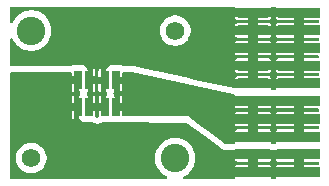
<source format=gbr>
%TF.GenerationSoftware,KiCad,Pcbnew,9.0.0*%
%TF.CreationDate,2025-04-15T14:49:33-07:00*%
%TF.ProjectId,LEDBoardBasic,4c454442-6f61-4726-9442-617369632e6b,rev?*%
%TF.SameCoordinates,Original*%
%TF.FileFunction,Copper,L1,Top*%
%TF.FilePolarity,Positive*%
%FSLAX46Y46*%
G04 Gerber Fmt 4.6, Leading zero omitted, Abs format (unit mm)*
G04 Created by KiCad (PCBNEW 9.0.0) date 2025-04-15 14:49:33*
%MOMM*%
%LPD*%
G01*
G04 APERTURE LIST*
%TA.AperFunction,SMDPad,CuDef*%
%ADD10R,0.650000X1.600000*%
%TD*%
%TA.AperFunction,SMDPad,CuDef*%
%ADD11R,2.641600X0.838200*%
%TD*%
%TA.AperFunction,SMDPad,CuDef*%
%ADD12R,3.556000X0.838200*%
%TD*%
%TA.AperFunction,WasherPad*%
%ADD13C,1.574800*%
%TD*%
%TA.AperFunction,WasherPad*%
%ADD14C,2.413000*%
%TD*%
%TA.AperFunction,ViaPad*%
%ADD15C,0.400000*%
%TD*%
G04 APERTURE END LIST*
D10*
%TO.P,D3,1,K*%
%TO.N,Net-(D1-K)*%
X133151880Y-96022599D03*
%TO.P,D3,2,A*%
%TO.N,Net-(D3-A)*%
X132201880Y-96022599D03*
%TD*%
D11*
%TO.P,J1,1_1,1_1*%
%TO.N,Net-(D3-A)*%
X147032221Y-103788159D03*
D12*
%TO.P,J1,1_2,1_2*%
X150932221Y-103788159D03*
D11*
%TO.P,J1,2_1,2_1*%
X147032221Y-102288160D03*
D12*
%TO.P,J1,2_2,2_2*%
X150932221Y-102288160D03*
D11*
%TO.P,J1,3_1,3_1*%
%TO.N,Net-(D1-A)*%
X147032221Y-100788160D03*
D12*
%TO.P,J1,3_2,3_2*%
X150932221Y-100788160D03*
D11*
%TO.P,J1,4_1,4_1*%
X147032221Y-99288161D03*
D12*
%TO.P,J1,4_2,4_2*%
X150932221Y-99288161D03*
D11*
%TO.P,J1,5_1,5_1*%
X147032221Y-97788161D03*
D12*
%TO.P,J1,5_2,5_2*%
X150932221Y-97788161D03*
D11*
%TO.P,J1,6_1,6_1*%
%TO.N,Net-(D1-K)*%
X147032221Y-96288162D03*
D12*
%TO.P,J1,6_2,6_2*%
X150932221Y-96288162D03*
D11*
%TO.P,J1,7_1,7_1*%
X147032221Y-94788159D03*
D12*
%TO.P,J1,7_2,7_2*%
X150932221Y-94788159D03*
D11*
%TO.P,J1,8_1,8_1*%
X147032221Y-93288160D03*
D12*
%TO.P,J1,8_2,8_2*%
X150932221Y-93288160D03*
D11*
%TO.P,J1,9_1,9_1*%
X147032221Y-91788160D03*
D12*
%TO.P,J1,9_2,9_2*%
X150932221Y-91788160D03*
D11*
%TO.P,J1,10_1,10_1*%
X147032221Y-90288161D03*
D12*
%TO.P,J1,10_2,10_2*%
X150932221Y-90288161D03*
%TD*%
D13*
%TO.P,H3,*%
%TO.N,*%
X128250021Y-102611359D03*
%TD*%
%TO.P,H4,*%
%TO.N,*%
X140442021Y-91816359D03*
%TD*%
D10*
%TO.P,D2,1,K*%
%TO.N,Net-(D1-K)*%
X134462480Y-96027679D03*
%TO.P,D2,2,A*%
%TO.N,Net-(D1-A)*%
X135412480Y-96027679D03*
%TD*%
D14*
%TO.P,H1,*%
%TO.N,*%
X128250021Y-91816359D03*
%TD*%
D10*
%TO.P,D1,1,K*%
%TO.N,Net-(D1-K)*%
X134470100Y-98282760D03*
%TO.P,D1,2,A*%
%TO.N,Net-(D1-A)*%
X135420100Y-98282760D03*
%TD*%
%TO.P,D4,1,K*%
%TO.N,Net-(D1-K)*%
X133144300Y-98280659D03*
%TO.P,D4,2,A*%
%TO.N,Net-(D3-A)*%
X132194300Y-98280659D03*
%TD*%
D14*
%TO.P,H2,*%
%TO.N,*%
X140442021Y-102611359D03*
%TD*%
D15*
%TO.N,Net-(D1-K)*%
X135400000Y-94400000D03*
X136400000Y-92800000D03*
X134400000Y-93200000D03*
X132200000Y-93600000D03*
X134400000Y-94800000D03*
X136400000Y-93600000D03*
X133200000Y-95600000D03*
X133200000Y-93200000D03*
X132200000Y-94400000D03*
X134400000Y-98800000D03*
X131200000Y-94400000D03*
X133200000Y-98800000D03*
X135400000Y-92800000D03*
X134400000Y-96400000D03*
X134400000Y-97800000D03*
X133200000Y-97800000D03*
X132200000Y-92800000D03*
X136400000Y-94400000D03*
X133200000Y-94000000D03*
X133200000Y-94800000D03*
X133200000Y-96400000D03*
X133800000Y-97200000D03*
X133800000Y-98400000D03*
X134400000Y-95600000D03*
X134400000Y-94000000D03*
X135400000Y-93600000D03*
X131200000Y-93600000D03*
X133800000Y-96000000D03*
X131200000Y-92800000D03*
%TD*%
%TA.AperFunction,Conductor*%
%TO.N,Net-(D1-A)*%
G36*
X136090676Y-95341480D02*
G01*
X136756177Y-95341480D01*
X136779850Y-95343980D01*
X141454481Y-96342800D01*
X141454622Y-96342830D01*
X141455564Y-96343037D01*
X141455687Y-96343065D01*
X141455688Y-96343065D01*
X141455715Y-96343071D01*
X145312917Y-97190972D01*
X145415082Y-97202126D01*
X145474021Y-97226654D01*
X145510345Y-97279154D01*
X145513908Y-97336856D01*
X145511421Y-97349357D01*
X145511421Y-97369061D01*
X148565536Y-97369061D01*
X148593993Y-97353521D01*
X148634204Y-97352084D01*
X148677021Y-97358240D01*
X148677023Y-97358240D01*
X148830229Y-97358240D01*
X148869766Y-97355411D01*
X148884234Y-97354377D01*
X148946616Y-97367946D01*
X148948105Y-97369061D01*
X150818921Y-97369061D01*
X150880176Y-97387047D01*
X150921982Y-97435294D01*
X150932221Y-97482361D01*
X150932221Y-97788161D01*
X151238021Y-97788161D01*
X151299276Y-97806147D01*
X151341082Y-97854394D01*
X151351321Y-97901461D01*
X151351321Y-98407261D01*
X152528221Y-98407261D01*
X152536157Y-98409591D01*
X152544345Y-98408414D01*
X152566307Y-98418444D01*
X152589476Y-98425247D01*
X152594893Y-98431499D01*
X152602417Y-98434935D01*
X152615470Y-98455246D01*
X152631282Y-98473494D01*
X152633372Y-98483101D01*
X152636932Y-98488641D01*
X152641521Y-98520561D01*
X152641521Y-98555761D01*
X152623535Y-98617016D01*
X152575288Y-98658822D01*
X152528221Y-98669061D01*
X151351321Y-98669061D01*
X151351321Y-99907261D01*
X152528221Y-99907261D01*
X152536157Y-99909591D01*
X152544345Y-99908414D01*
X152566307Y-99918444D01*
X152589476Y-99925247D01*
X152594893Y-99931499D01*
X152602417Y-99934935D01*
X152615470Y-99955246D01*
X152631282Y-99973494D01*
X152633372Y-99983101D01*
X152636932Y-99988641D01*
X152641521Y-100020561D01*
X152641521Y-100055760D01*
X152623535Y-100117015D01*
X152575288Y-100158821D01*
X152528221Y-100169060D01*
X151351321Y-100169060D01*
X151351321Y-100674860D01*
X151333335Y-100736115D01*
X151285088Y-100777921D01*
X151238021Y-100788160D01*
X150932221Y-100788160D01*
X150932221Y-101093960D01*
X150914235Y-101155215D01*
X150865988Y-101197021D01*
X150818921Y-101207260D01*
X148954221Y-101207260D01*
X148954221Y-101226963D01*
X148962674Y-101269456D01*
X148960958Y-101288629D01*
X148963698Y-101307683D01*
X148958170Y-101319787D01*
X148956984Y-101333042D01*
X148945173Y-101348245D01*
X148937177Y-101365755D01*
X148925982Y-101372949D01*
X148917819Y-101383458D01*
X148899665Y-101389862D01*
X148883471Y-101400270D01*
X148861010Y-101403498D01*
X148857615Y-101404697D01*
X148851551Y-101404859D01*
X148655691Y-101404859D01*
X148594436Y-101386873D01*
X148552630Y-101338626D01*
X148543544Y-101275435D01*
X148544568Y-101269456D01*
X148553020Y-101226963D01*
X148553021Y-101226953D01*
X148553021Y-101207260D01*
X145511421Y-101207260D01*
X145511421Y-101226963D01*
X145519874Y-101269456D01*
X145514184Y-101333042D01*
X145475019Y-101383458D01*
X145414815Y-101404697D01*
X145408751Y-101404859D01*
X144695861Y-101404859D01*
X144634606Y-101386873D01*
X144628352Y-101382550D01*
X144605715Y-101365755D01*
X143235789Y-100349358D01*
X145511421Y-100349358D01*
X145511421Y-100369060D01*
X146613121Y-100369060D01*
X147451321Y-100369060D01*
X148553021Y-100369060D01*
X148553021Y-100349366D01*
X148553020Y-100349358D01*
X148954221Y-100349358D01*
X148954221Y-100369060D01*
X150513121Y-100369060D01*
X150513121Y-100169060D01*
X149134519Y-100169060D01*
X149076186Y-100180663D01*
X149076184Y-100180664D01*
X149010029Y-100224868D01*
X148965825Y-100291023D01*
X148965824Y-100291025D01*
X148954221Y-100349358D01*
X148553020Y-100349358D01*
X148541417Y-100291025D01*
X148541416Y-100291023D01*
X148497212Y-100224868D01*
X148431057Y-100180664D01*
X148431055Y-100180663D01*
X148372722Y-100169060D01*
X147451321Y-100169060D01*
X147451321Y-100369060D01*
X146613121Y-100369060D01*
X146613121Y-100169060D01*
X145691719Y-100169060D01*
X145633386Y-100180663D01*
X145633384Y-100180664D01*
X145567229Y-100224868D01*
X145523025Y-100291023D01*
X145523024Y-100291025D01*
X145511421Y-100349358D01*
X143235789Y-100349358D01*
X142475533Y-99785297D01*
X142429741Y-99751322D01*
X142429739Y-99751320D01*
X142396909Y-99726962D01*
X145511421Y-99726962D01*
X145523024Y-99785295D01*
X145523025Y-99785297D01*
X145567229Y-99851452D01*
X145633384Y-99895656D01*
X145633386Y-99895657D01*
X145691719Y-99907260D01*
X145691727Y-99907261D01*
X146613121Y-99907261D01*
X147451321Y-99907261D01*
X148372715Y-99907261D01*
X148372722Y-99907260D01*
X148431055Y-99895657D01*
X148431057Y-99895656D01*
X148497212Y-99851452D01*
X148541416Y-99785297D01*
X148541417Y-99785295D01*
X148553020Y-99726962D01*
X148954221Y-99726962D01*
X148965824Y-99785295D01*
X148965825Y-99785297D01*
X149010029Y-99851452D01*
X149076184Y-99895656D01*
X149076186Y-99895657D01*
X149134519Y-99907260D01*
X149134527Y-99907261D01*
X150513121Y-99907261D01*
X150513121Y-99707261D01*
X148954221Y-99707261D01*
X148954221Y-99726962D01*
X148553020Y-99726962D01*
X148553021Y-99726954D01*
X148553021Y-99707261D01*
X147451321Y-99707261D01*
X147451321Y-99907261D01*
X146613121Y-99907261D01*
X146613121Y-99707261D01*
X145511421Y-99707261D01*
X145511421Y-99726962D01*
X142396909Y-99726962D01*
X141508823Y-99068059D01*
X141508821Y-99068059D01*
X136058400Y-99068059D01*
X136050463Y-99065728D01*
X136042276Y-99066906D01*
X136020313Y-99056875D01*
X135997145Y-99050073D01*
X135991727Y-99043820D01*
X135984204Y-99040385D01*
X135971150Y-99020073D01*
X135955339Y-99001826D01*
X135953248Y-98992218D01*
X135949689Y-98986679D01*
X135945100Y-98954759D01*
X135945100Y-98849359D01*
X145511421Y-98849359D01*
X145511421Y-98869061D01*
X146613121Y-98869061D01*
X147451321Y-98869061D01*
X148553021Y-98869061D01*
X148553021Y-98849367D01*
X148553020Y-98849359D01*
X148954221Y-98849359D01*
X148954221Y-98869061D01*
X150513121Y-98869061D01*
X150513121Y-98669061D01*
X149134519Y-98669061D01*
X149076186Y-98680664D01*
X149076184Y-98680665D01*
X149010029Y-98724869D01*
X148965825Y-98791024D01*
X148965824Y-98791026D01*
X148954221Y-98849359D01*
X148553020Y-98849359D01*
X148541417Y-98791026D01*
X148541416Y-98791024D01*
X148497212Y-98724869D01*
X148431057Y-98680665D01*
X148431055Y-98680664D01*
X148372722Y-98669061D01*
X147451321Y-98669061D01*
X147451321Y-98869061D01*
X146613121Y-98869061D01*
X146613121Y-98669061D01*
X145691719Y-98669061D01*
X145633386Y-98680664D01*
X145633384Y-98680665D01*
X145567229Y-98724869D01*
X145523025Y-98791024D01*
X145523024Y-98791026D01*
X145511421Y-98849359D01*
X135945100Y-98849359D01*
X135945100Y-98607760D01*
X135533400Y-98607760D01*
X135472145Y-98589774D01*
X135430339Y-98541527D01*
X135420100Y-98494460D01*
X135420100Y-98282760D01*
X135408899Y-98282760D01*
X135400962Y-98280429D01*
X135392775Y-98281607D01*
X135370812Y-98271576D01*
X135347644Y-98264774D01*
X135342226Y-98258521D01*
X135334703Y-98255086D01*
X135321649Y-98234774D01*
X135314880Y-98226962D01*
X145511421Y-98226962D01*
X145523024Y-98285295D01*
X145523025Y-98285297D01*
X145567229Y-98351452D01*
X145633384Y-98395656D01*
X145633386Y-98395657D01*
X145691719Y-98407260D01*
X145691727Y-98407261D01*
X146613121Y-98407261D01*
X147451321Y-98407261D01*
X148372715Y-98407261D01*
X148372722Y-98407260D01*
X148431055Y-98395657D01*
X148431057Y-98395656D01*
X148497212Y-98351452D01*
X148541416Y-98285297D01*
X148541417Y-98285295D01*
X148553020Y-98226962D01*
X148954221Y-98226962D01*
X148965824Y-98285295D01*
X148965825Y-98285297D01*
X149010029Y-98351452D01*
X149076184Y-98395656D01*
X149076186Y-98395657D01*
X149134519Y-98407260D01*
X149134527Y-98407261D01*
X150513121Y-98407261D01*
X150513121Y-98207261D01*
X148954221Y-98207261D01*
X148954221Y-98226962D01*
X148553020Y-98226962D01*
X148553021Y-98226954D01*
X148553021Y-98207261D01*
X147451321Y-98207261D01*
X147451321Y-98407261D01*
X146613121Y-98407261D01*
X146613121Y-98207261D01*
X145511421Y-98207261D01*
X145511421Y-98226962D01*
X135314880Y-98226962D01*
X135305838Y-98216527D01*
X135303747Y-98206919D01*
X135300188Y-98201380D01*
X135295599Y-98169460D01*
X135295599Y-97957760D01*
X135745100Y-97957760D01*
X135945100Y-97957760D01*
X135945100Y-97463066D01*
X135945099Y-97463058D01*
X135933496Y-97404725D01*
X135933495Y-97404723D01*
X135889291Y-97338568D01*
X135823136Y-97294364D01*
X135823134Y-97294363D01*
X135764801Y-97282760D01*
X135745100Y-97282760D01*
X135745100Y-97957760D01*
X135295599Y-97957760D01*
X135295599Y-97434891D01*
X135295599Y-97434888D01*
X135289191Y-97375277D01*
X135289190Y-97375275D01*
X135289190Y-97375272D01*
X135289189Y-97375270D01*
X135254508Y-97282287D01*
X135238896Y-97240429D01*
X135216797Y-97210908D01*
X135212649Y-97203057D01*
X135207990Y-97180130D01*
X135199816Y-97158215D01*
X135201740Y-97149369D01*
X135199937Y-97140495D01*
X135208413Y-97118688D01*
X135213385Y-97095833D01*
X135222129Y-97082228D01*
X135231276Y-97070010D01*
X135247064Y-97027679D01*
X135737480Y-97027679D01*
X135757174Y-97027679D01*
X135757181Y-97027678D01*
X135815514Y-97016075D01*
X135815516Y-97016074D01*
X135881671Y-96971870D01*
X135925875Y-96905715D01*
X135925876Y-96905713D01*
X135937479Y-96847380D01*
X135937480Y-96847372D01*
X135937480Y-96352679D01*
X135737480Y-96352679D01*
X135737480Y-97027679D01*
X135247064Y-97027679D01*
X135281571Y-96935162D01*
X135287980Y-96875552D01*
X135287979Y-96140977D01*
X135305965Y-96079724D01*
X135354212Y-96037918D01*
X135401279Y-96027679D01*
X135412480Y-96027679D01*
X135412480Y-95815979D01*
X135430466Y-95754724D01*
X135478713Y-95712918D01*
X135525780Y-95702679D01*
X135937480Y-95702679D01*
X135937480Y-95450209D01*
X135955466Y-95388954D01*
X136003713Y-95347148D01*
X136066903Y-95338062D01*
X136090676Y-95341480D01*
G37*
%TD.AperFunction*%
%TD*%
%TA.AperFunction,Conductor*%
%TO.N,Net-(D1-K)*%
G36*
X145454460Y-89796544D02*
G01*
X145500215Y-89849348D01*
X145507890Y-89884630D01*
X145511421Y-89888161D01*
X148553021Y-89888161D01*
X148554746Y-89886435D01*
X148554283Y-89883212D01*
X148565261Y-89859171D01*
X148572706Y-89833820D01*
X148579546Y-89827892D01*
X148583308Y-89819656D01*
X148605542Y-89805366D01*
X148625510Y-89788065D01*
X148636024Y-89785777D01*
X148642086Y-89781882D01*
X148677021Y-89776859D01*
X148830221Y-89776859D01*
X148897260Y-89796544D01*
X148943015Y-89849348D01*
X148950690Y-89884630D01*
X148954221Y-89888161D01*
X150808221Y-89888161D01*
X150875260Y-89907846D01*
X150921015Y-89960650D01*
X150932221Y-90012161D01*
X150932221Y-90288161D01*
X151208221Y-90288161D01*
X151275260Y-90307846D01*
X151321015Y-90360650D01*
X151332221Y-90412161D01*
X151332221Y-90907261D01*
X152517521Y-90907261D01*
X152526206Y-90909811D01*
X152535168Y-90908523D01*
X152559208Y-90919501D01*
X152584560Y-90926946D01*
X152590487Y-90933786D01*
X152598724Y-90937548D01*
X152613013Y-90959782D01*
X152630315Y-90979750D01*
X152632602Y-90990264D01*
X152636498Y-90996326D01*
X152641521Y-91031261D01*
X152641521Y-91045060D01*
X152621836Y-91112099D01*
X152569032Y-91157854D01*
X152517521Y-91169060D01*
X151332221Y-91169060D01*
X151332221Y-92407260D01*
X152517521Y-92407260D01*
X152526206Y-92409810D01*
X152535168Y-92408522D01*
X152559208Y-92419500D01*
X152584560Y-92426945D01*
X152590487Y-92433785D01*
X152598724Y-92437547D01*
X152613013Y-92459781D01*
X152630315Y-92479749D01*
X152632602Y-92490263D01*
X152636498Y-92496325D01*
X152641521Y-92531260D01*
X152641521Y-92545060D01*
X152621836Y-92612099D01*
X152569032Y-92657854D01*
X152517521Y-92669060D01*
X151332221Y-92669060D01*
X151332221Y-93907260D01*
X152517521Y-93907260D01*
X152526206Y-93909810D01*
X152535168Y-93908522D01*
X152559208Y-93919500D01*
X152584560Y-93926945D01*
X152590487Y-93933785D01*
X152598724Y-93937547D01*
X152613013Y-93959781D01*
X152630315Y-93979749D01*
X152632602Y-93990263D01*
X152636498Y-93996325D01*
X152641521Y-94031260D01*
X152641521Y-94045059D01*
X152621836Y-94112098D01*
X152569032Y-94157853D01*
X152517521Y-94169059D01*
X151332221Y-94169059D01*
X151332221Y-95407259D01*
X152517521Y-95407259D01*
X152526206Y-95409809D01*
X152535168Y-95408521D01*
X152559208Y-95419499D01*
X152584560Y-95426944D01*
X152590487Y-95433784D01*
X152598724Y-95437546D01*
X152613013Y-95459780D01*
X152630315Y-95479748D01*
X152632602Y-95490262D01*
X152636498Y-95496324D01*
X152641521Y-95531259D01*
X152641521Y-95545062D01*
X152621836Y-95612101D01*
X152569032Y-95657856D01*
X152517521Y-95669062D01*
X151332221Y-95669062D01*
X151332221Y-96164162D01*
X151312536Y-96231201D01*
X151259732Y-96276956D01*
X151208221Y-96288162D01*
X150932221Y-96288162D01*
X150932221Y-96564162D01*
X150912536Y-96631201D01*
X150859732Y-96676956D01*
X150808221Y-96688162D01*
X148954221Y-96688162D01*
X148954221Y-96728740D01*
X148951670Y-96737425D01*
X148952959Y-96746387D01*
X148941980Y-96770427D01*
X148934536Y-96795779D01*
X148927695Y-96801706D01*
X148923934Y-96809943D01*
X148901699Y-96824232D01*
X148881732Y-96841534D01*
X148871217Y-96843821D01*
X148865156Y-96847717D01*
X148830221Y-96852740D01*
X148677021Y-96852740D01*
X148609982Y-96833055D01*
X148564227Y-96780251D01*
X148553021Y-96728740D01*
X148553021Y-96688162D01*
X145491193Y-96688162D01*
X145474421Y-96697319D01*
X145421446Y-96697260D01*
X142087488Y-95964380D01*
X141564244Y-95849359D01*
X145511421Y-95849359D01*
X145511421Y-95888162D01*
X146632221Y-95888162D01*
X147432221Y-95888162D01*
X148553021Y-95888162D01*
X148553021Y-95849363D01*
X148553020Y-95849359D01*
X148954221Y-95849359D01*
X148954221Y-95888162D01*
X150532221Y-95888162D01*
X150532221Y-95669062D01*
X149134518Y-95669062D01*
X149076187Y-95680664D01*
X149076186Y-95680665D01*
X149010029Y-95724870D01*
X148965824Y-95791027D01*
X148965823Y-95791028D01*
X148954221Y-95849359D01*
X148553020Y-95849359D01*
X148541418Y-95791028D01*
X148541417Y-95791027D01*
X148497212Y-95724870D01*
X148431055Y-95680665D01*
X148431054Y-95680664D01*
X148372723Y-95669062D01*
X147432221Y-95669062D01*
X147432221Y-95888162D01*
X146632221Y-95888162D01*
X146632221Y-95669062D01*
X145691718Y-95669062D01*
X145633387Y-95680664D01*
X145633386Y-95680665D01*
X145567229Y-95724870D01*
X145523024Y-95791027D01*
X145523023Y-95791028D01*
X145511421Y-95849359D01*
X141564244Y-95849359D01*
X138873650Y-95257905D01*
X138732882Y-95226961D01*
X145511421Y-95226961D01*
X145523023Y-95285292D01*
X145523024Y-95285293D01*
X145567229Y-95351450D01*
X145633386Y-95395655D01*
X145633387Y-95395656D01*
X145691718Y-95407258D01*
X145691722Y-95407259D01*
X146632221Y-95407259D01*
X147432221Y-95407259D01*
X148372720Y-95407259D01*
X148372723Y-95407258D01*
X148431054Y-95395656D01*
X148431055Y-95395655D01*
X148497212Y-95351450D01*
X148541417Y-95285293D01*
X148541418Y-95285292D01*
X148553020Y-95226961D01*
X148954221Y-95226961D01*
X148965823Y-95285292D01*
X148965824Y-95285293D01*
X149010029Y-95351450D01*
X149076186Y-95395655D01*
X149076187Y-95395656D01*
X149134518Y-95407258D01*
X149134522Y-95407259D01*
X150532221Y-95407259D01*
X150532221Y-95188159D01*
X148954221Y-95188159D01*
X148954221Y-95226961D01*
X148553020Y-95226961D01*
X148553021Y-95226958D01*
X148553021Y-95188159D01*
X147432221Y-95188159D01*
X147432221Y-95407259D01*
X146632221Y-95407259D01*
X146632221Y-95188159D01*
X145511421Y-95188159D01*
X145511421Y-95226961D01*
X138732882Y-95226961D01*
X136954264Y-94835980D01*
X136954260Y-94835980D01*
X136090676Y-94835980D01*
X136023637Y-94816295D01*
X136016366Y-94811247D01*
X135979814Y-94783885D01*
X135979808Y-94783881D01*
X135844966Y-94733589D01*
X135844965Y-94733588D01*
X135844963Y-94733588D01*
X135785353Y-94727179D01*
X135785343Y-94727179D01*
X135039609Y-94727179D01*
X135039603Y-94727180D01*
X134979996Y-94733587D01*
X134845151Y-94783881D01*
X134845144Y-94783885D01*
X134729935Y-94870131D01*
X134729932Y-94870134D01*
X134643686Y-94985343D01*
X134643682Y-94985350D01*
X134593388Y-95120196D01*
X134587526Y-95174726D01*
X134586980Y-95179806D01*
X134586980Y-95964380D01*
X134586981Y-96027679D01*
X134586981Y-96875555D01*
X134593388Y-96935162D01*
X134643682Y-97070007D01*
X134643685Y-97070013D01*
X134655653Y-97086000D01*
X134680069Y-97151465D01*
X134665216Y-97219737D01*
X134655657Y-97234613D01*
X134651306Y-97240425D01*
X134651302Y-97240432D01*
X134601008Y-97375277D01*
X134594601Y-97434876D01*
X134594600Y-97434887D01*
X134594600Y-98158761D01*
X134574917Y-98225799D01*
X134522113Y-98271554D01*
X134470601Y-98282760D01*
X134470100Y-98282760D01*
X134470100Y-98483760D01*
X134450415Y-98550799D01*
X134397611Y-98596554D01*
X134346100Y-98607760D01*
X133945100Y-98607760D01*
X133945100Y-99065540D01*
X133942549Y-99074225D01*
X133943838Y-99083187D01*
X133932859Y-99107227D01*
X133925415Y-99132579D01*
X133918574Y-99138506D01*
X133914813Y-99146743D01*
X133892578Y-99161032D01*
X133872611Y-99178334D01*
X133862096Y-99180621D01*
X133856035Y-99184517D01*
X133821100Y-99189540D01*
X133793300Y-99189540D01*
X133726261Y-99169855D01*
X133680506Y-99117051D01*
X133669300Y-99065540D01*
X133669300Y-98605659D01*
X133268300Y-98605659D01*
X133201261Y-98585974D01*
X133155506Y-98533170D01*
X133144300Y-98481659D01*
X133144300Y-98280659D01*
X133143799Y-98280659D01*
X133076760Y-98260974D01*
X133031005Y-98208170D01*
X133019799Y-98156659D01*
X133019799Y-97955659D01*
X133469300Y-97955659D01*
X133669300Y-97955659D01*
X133669300Y-97463057D01*
X133945100Y-97463057D01*
X133945100Y-97957760D01*
X134145100Y-97957760D01*
X134145100Y-97282760D01*
X134125397Y-97282760D01*
X134067066Y-97294362D01*
X134067065Y-97294363D01*
X134000908Y-97338568D01*
X133956703Y-97404725D01*
X133956702Y-97404726D01*
X133945100Y-97463057D01*
X133669300Y-97463057D01*
X133669300Y-97460960D01*
X133669299Y-97460956D01*
X133657697Y-97402625D01*
X133657696Y-97402624D01*
X133613491Y-97336467D01*
X133547334Y-97292262D01*
X133547333Y-97292261D01*
X133489002Y-97280659D01*
X133469300Y-97280659D01*
X133469300Y-97955659D01*
X133019799Y-97955659D01*
X133019799Y-97432788D01*
X133019798Y-97432782D01*
X133016782Y-97404726D01*
X133013391Y-97373176D01*
X132999699Y-97336467D01*
X132977935Y-97278113D01*
X132977934Y-97278111D01*
X132963096Y-97238328D01*
X132950483Y-97221479D01*
X132945296Y-97210778D01*
X132941414Y-97187580D01*
X132933194Y-97165542D01*
X132935756Y-97153759D01*
X132933767Y-97141866D01*
X132943045Y-97120250D01*
X132948044Y-97097268D01*
X132957605Y-97082390D01*
X132970676Y-97064930D01*
X132986464Y-97022599D01*
X133476880Y-97022599D01*
X133496579Y-97022599D01*
X133496582Y-97022598D01*
X133554913Y-97010996D01*
X133554914Y-97010995D01*
X133621071Y-96966790D01*
X133665276Y-96900633D01*
X133665277Y-96900632D01*
X133675869Y-96847381D01*
X133937480Y-96847381D01*
X133949082Y-96905712D01*
X133949083Y-96905713D01*
X133993288Y-96971870D01*
X134059445Y-97016075D01*
X134059446Y-97016076D01*
X134117777Y-97027678D01*
X134117781Y-97027679D01*
X134137480Y-97027679D01*
X134137480Y-96352679D01*
X133937480Y-96352679D01*
X133937480Y-96847381D01*
X133675869Y-96847381D01*
X133676879Y-96842301D01*
X133676880Y-96842298D01*
X133676880Y-96347599D01*
X133476880Y-96347599D01*
X133476880Y-97022599D01*
X132986464Y-97022599D01*
X133020971Y-96930082D01*
X133027380Y-96870472D01*
X133027379Y-95697599D01*
X133476880Y-95697599D01*
X133676880Y-95697599D01*
X133676880Y-95207976D01*
X133937480Y-95207976D01*
X133937480Y-95702679D01*
X134137480Y-95702679D01*
X134137480Y-95027679D01*
X134117777Y-95027679D01*
X134059446Y-95039281D01*
X134059445Y-95039282D01*
X133993288Y-95083487D01*
X133949083Y-95149644D01*
X133949082Y-95149645D01*
X133937480Y-95207976D01*
X133676880Y-95207976D01*
X133676880Y-95202900D01*
X133676879Y-95202896D01*
X133665277Y-95144565D01*
X133665276Y-95144564D01*
X133621071Y-95078407D01*
X133554914Y-95034202D01*
X133554913Y-95034201D01*
X133496582Y-95022599D01*
X133476880Y-95022599D01*
X133476880Y-95697599D01*
X133027379Y-95697599D01*
X133027379Y-95174727D01*
X133020971Y-95115116D01*
X133007279Y-95078407D01*
X132983470Y-95014570D01*
X132983469Y-95014568D01*
X132970678Y-94980272D01*
X132970673Y-94980263D01*
X132884427Y-94865054D01*
X132884424Y-94865051D01*
X132769215Y-94778805D01*
X132769208Y-94778801D01*
X132634366Y-94728509D01*
X132634365Y-94728508D01*
X132634363Y-94728508D01*
X132574753Y-94722099D01*
X132574743Y-94722099D01*
X131829009Y-94722099D01*
X131829003Y-94722100D01*
X131769396Y-94728507D01*
X131634551Y-94778801D01*
X131634549Y-94778802D01*
X131589416Y-94812588D01*
X131523951Y-94837004D01*
X131515250Y-94837320D01*
X126588664Y-94843006D01*
X126521602Y-94823399D01*
X126475786Y-94770648D01*
X126464521Y-94719006D01*
X126464521Y-94349356D01*
X145511421Y-94349356D01*
X145511421Y-94388159D01*
X146632221Y-94388159D01*
X147432221Y-94388159D01*
X148553021Y-94388159D01*
X148553021Y-94349360D01*
X148553020Y-94349356D01*
X148954221Y-94349356D01*
X148954221Y-94388159D01*
X150532221Y-94388159D01*
X150532221Y-94169059D01*
X149134518Y-94169059D01*
X149076187Y-94180661D01*
X149076186Y-94180662D01*
X149010029Y-94224867D01*
X148965824Y-94291024D01*
X148965823Y-94291025D01*
X148954221Y-94349356D01*
X148553020Y-94349356D01*
X148541418Y-94291025D01*
X148541417Y-94291024D01*
X148497212Y-94224867D01*
X148431055Y-94180662D01*
X148431054Y-94180661D01*
X148372723Y-94169059D01*
X147432221Y-94169059D01*
X147432221Y-94388159D01*
X146632221Y-94388159D01*
X146632221Y-94169059D01*
X145691718Y-94169059D01*
X145633387Y-94180661D01*
X145633386Y-94180662D01*
X145567229Y-94224867D01*
X145523024Y-94291024D01*
X145523023Y-94291025D01*
X145511421Y-94349356D01*
X126464521Y-94349356D01*
X126464521Y-93726962D01*
X145511421Y-93726962D01*
X145523023Y-93785293D01*
X145523024Y-93785294D01*
X145567229Y-93851451D01*
X145633386Y-93895656D01*
X145633387Y-93895657D01*
X145691718Y-93907259D01*
X145691722Y-93907260D01*
X146632221Y-93907260D01*
X147432221Y-93907260D01*
X148372720Y-93907260D01*
X148372723Y-93907259D01*
X148431054Y-93895657D01*
X148431055Y-93895656D01*
X148497212Y-93851451D01*
X148541417Y-93785294D01*
X148541418Y-93785293D01*
X148553020Y-93726962D01*
X148954221Y-93726962D01*
X148965823Y-93785293D01*
X148965824Y-93785294D01*
X149010029Y-93851451D01*
X149076186Y-93895656D01*
X149076187Y-93895657D01*
X149134518Y-93907259D01*
X149134522Y-93907260D01*
X150532221Y-93907260D01*
X150532221Y-93688160D01*
X148954221Y-93688160D01*
X148954221Y-93726962D01*
X148553020Y-93726962D01*
X148553021Y-93726959D01*
X148553021Y-93688160D01*
X147432221Y-93688160D01*
X147432221Y-93907260D01*
X146632221Y-93907260D01*
X146632221Y-93688160D01*
X145511421Y-93688160D01*
X145511421Y-93726962D01*
X126464521Y-93726962D01*
X126464521Y-92589778D01*
X126484206Y-92522739D01*
X126537010Y-92476984D01*
X126606168Y-92467040D01*
X126669724Y-92496065D01*
X126703082Y-92542326D01*
X126715769Y-92572957D01*
X126715772Y-92572962D01*
X126715774Y-92572966D01*
X126827657Y-92766752D01*
X126827662Y-92766758D01*
X126827663Y-92766760D01*
X126963874Y-92944275D01*
X126963880Y-92944282D01*
X127122097Y-93102499D01*
X127122103Y-93102504D01*
X127299628Y-93238723D01*
X127493414Y-93350606D01*
X127700146Y-93436237D01*
X127916287Y-93494152D01*
X128138138Y-93523359D01*
X128138145Y-93523359D01*
X128361897Y-93523359D01*
X128361904Y-93523359D01*
X128424985Y-93515054D01*
X128434065Y-93513859D01*
X128457628Y-93510756D01*
X128583755Y-93494152D01*
X128799896Y-93436237D01*
X129006628Y-93350606D01*
X129200414Y-93238723D01*
X129377939Y-93102504D01*
X129536166Y-92944277D01*
X129672385Y-92766752D01*
X129784268Y-92572966D01*
X129869899Y-92366234D01*
X129927814Y-92150093D01*
X129957021Y-91928242D01*
X129957021Y-91714999D01*
X139154121Y-91714999D01*
X139154121Y-91917719D01*
X139185834Y-92117943D01*
X139248478Y-92310741D01*
X139334592Y-92479749D01*
X139340513Y-92491368D01*
X139459660Y-92655363D01*
X139603016Y-92798719D01*
X139756477Y-92910213D01*
X139767015Y-92917869D01*
X139947639Y-93009902D01*
X140140437Y-93072546D01*
X140340661Y-93104259D01*
X140340662Y-93104259D01*
X140543380Y-93104259D01*
X140543381Y-93104259D01*
X140743605Y-93072546D01*
X140936403Y-93009902D01*
X141117027Y-92917869D01*
X141211326Y-92849357D01*
X145511421Y-92849357D01*
X145511421Y-92888160D01*
X146632221Y-92888160D01*
X147432221Y-92888160D01*
X148553021Y-92888160D01*
X148553021Y-92849361D01*
X148553020Y-92849357D01*
X148954221Y-92849357D01*
X148954221Y-92888160D01*
X150532221Y-92888160D01*
X150532221Y-92669060D01*
X149134518Y-92669060D01*
X149076187Y-92680662D01*
X149076186Y-92680663D01*
X149010029Y-92724868D01*
X148965824Y-92791025D01*
X148965823Y-92791026D01*
X148954221Y-92849357D01*
X148553020Y-92849357D01*
X148541418Y-92791026D01*
X148541417Y-92791025D01*
X148497212Y-92724868D01*
X148431055Y-92680663D01*
X148431054Y-92680662D01*
X148372723Y-92669060D01*
X147432221Y-92669060D01*
X147432221Y-92888160D01*
X146632221Y-92888160D01*
X146632221Y-92669060D01*
X145691718Y-92669060D01*
X145633387Y-92680662D01*
X145633386Y-92680663D01*
X145567229Y-92724868D01*
X145523024Y-92791025D01*
X145523023Y-92791026D01*
X145511421Y-92849357D01*
X141211326Y-92849357D01*
X141281025Y-92798719D01*
X141281027Y-92798716D01*
X141281031Y-92798714D01*
X141424376Y-92655369D01*
X141424378Y-92655365D01*
X141424381Y-92655363D01*
X141484251Y-92572957D01*
X141543531Y-92491365D01*
X141635564Y-92310741D01*
X141662786Y-92226962D01*
X145511421Y-92226962D01*
X145523023Y-92285293D01*
X145523024Y-92285294D01*
X145567229Y-92351451D01*
X145633386Y-92395656D01*
X145633387Y-92395657D01*
X145691718Y-92407259D01*
X145691722Y-92407260D01*
X146632221Y-92407260D01*
X147432221Y-92407260D01*
X148372720Y-92407260D01*
X148372723Y-92407259D01*
X148431054Y-92395657D01*
X148431055Y-92395656D01*
X148497212Y-92351451D01*
X148541417Y-92285294D01*
X148541418Y-92285293D01*
X148553020Y-92226962D01*
X148954221Y-92226962D01*
X148965823Y-92285293D01*
X148965824Y-92285294D01*
X149010029Y-92351451D01*
X149076186Y-92395656D01*
X149076187Y-92395657D01*
X149134518Y-92407259D01*
X149134522Y-92407260D01*
X150532221Y-92407260D01*
X150532221Y-92188160D01*
X148954221Y-92188160D01*
X148954221Y-92226962D01*
X148553020Y-92226962D01*
X148553021Y-92226959D01*
X148553021Y-92188160D01*
X147432221Y-92188160D01*
X147432221Y-92407260D01*
X146632221Y-92407260D01*
X146632221Y-92188160D01*
X145511421Y-92188160D01*
X145511421Y-92226962D01*
X141662786Y-92226962D01*
X141698208Y-92117943D01*
X141729921Y-91917719D01*
X141729921Y-91714999D01*
X141698208Y-91514775D01*
X141644460Y-91349357D01*
X145511421Y-91349357D01*
X145511421Y-91388160D01*
X146632221Y-91388160D01*
X147432221Y-91388160D01*
X148553021Y-91388160D01*
X148553021Y-91349361D01*
X148553020Y-91349357D01*
X148954221Y-91349357D01*
X148954221Y-91388160D01*
X150532221Y-91388160D01*
X150532221Y-91169060D01*
X149134518Y-91169060D01*
X149076187Y-91180662D01*
X149076186Y-91180663D01*
X149010029Y-91224868D01*
X148965824Y-91291025D01*
X148965823Y-91291026D01*
X148954221Y-91349357D01*
X148553020Y-91349357D01*
X148541418Y-91291026D01*
X148541417Y-91291025D01*
X148497212Y-91224868D01*
X148431055Y-91180663D01*
X148431054Y-91180662D01*
X148372723Y-91169060D01*
X147432221Y-91169060D01*
X147432221Y-91388160D01*
X146632221Y-91388160D01*
X146632221Y-91169060D01*
X145691718Y-91169060D01*
X145633387Y-91180662D01*
X145633386Y-91180663D01*
X145567229Y-91224868D01*
X145523024Y-91291025D01*
X145523023Y-91291026D01*
X145511421Y-91349357D01*
X141644460Y-91349357D01*
X141635564Y-91321977D01*
X141543531Y-91141353D01*
X141522277Y-91112099D01*
X141424381Y-90977354D01*
X141281029Y-90834002D01*
X141281024Y-90833998D01*
X141147678Y-90737117D01*
X141133702Y-90726963D01*
X145511421Y-90726963D01*
X145523023Y-90785294D01*
X145523024Y-90785295D01*
X145567229Y-90851452D01*
X145633386Y-90895657D01*
X145633387Y-90895658D01*
X145691718Y-90907260D01*
X145691722Y-90907261D01*
X146632221Y-90907261D01*
X147432221Y-90907261D01*
X148372720Y-90907261D01*
X148372723Y-90907260D01*
X148431054Y-90895658D01*
X148431055Y-90895657D01*
X148497212Y-90851452D01*
X148541417Y-90785295D01*
X148541418Y-90785294D01*
X148553020Y-90726963D01*
X148954221Y-90726963D01*
X148965823Y-90785294D01*
X148965824Y-90785295D01*
X149010029Y-90851452D01*
X149076186Y-90895657D01*
X149076187Y-90895658D01*
X149134518Y-90907260D01*
X149134522Y-90907261D01*
X150532221Y-90907261D01*
X150532221Y-90688161D01*
X148954221Y-90688161D01*
X148954221Y-90726963D01*
X148553020Y-90726963D01*
X148553021Y-90726960D01*
X148553021Y-90688161D01*
X147432221Y-90688161D01*
X147432221Y-90907261D01*
X146632221Y-90907261D01*
X146632221Y-90688161D01*
X145511421Y-90688161D01*
X145511421Y-90726963D01*
X141133702Y-90726963D01*
X141117029Y-90714850D01*
X140936405Y-90622817D01*
X140936404Y-90622816D01*
X140936403Y-90622816D01*
X140743605Y-90560172D01*
X140743603Y-90560171D01*
X140743601Y-90560171D01*
X140603803Y-90538029D01*
X140543381Y-90528459D01*
X140340661Y-90528459D01*
X140294245Y-90535810D01*
X140140440Y-90560171D01*
X139947636Y-90622817D01*
X139767011Y-90714851D01*
X139603016Y-90833998D01*
X139459660Y-90977354D01*
X139340513Y-91141349D01*
X139248479Y-91321974D01*
X139185833Y-91514778D01*
X139185833Y-91514780D01*
X139154121Y-91714999D01*
X129957021Y-91714999D01*
X129957021Y-91704476D01*
X129927814Y-91482625D01*
X129869899Y-91266484D01*
X129784268Y-91059752D01*
X129672385Y-90865966D01*
X129556430Y-90714850D01*
X129536167Y-90688442D01*
X129536161Y-90688435D01*
X129377944Y-90530218D01*
X129377937Y-90530212D01*
X129200422Y-90394001D01*
X129200420Y-90394000D01*
X129200414Y-90393995D01*
X129006628Y-90282112D01*
X129006624Y-90282110D01*
X128799900Y-90196482D01*
X128583751Y-90138565D01*
X128361914Y-90109360D01*
X128361909Y-90109359D01*
X128361904Y-90109359D01*
X128138138Y-90109359D01*
X128138132Y-90109359D01*
X128138127Y-90109360D01*
X127916290Y-90138565D01*
X127700141Y-90196482D01*
X127493417Y-90282110D01*
X127493413Y-90282112D01*
X127299628Y-90393995D01*
X127299619Y-90394001D01*
X127122104Y-90530212D01*
X127122097Y-90530218D01*
X126963880Y-90688435D01*
X126963874Y-90688442D01*
X126827663Y-90865957D01*
X126827657Y-90865966D01*
X126715774Y-91059751D01*
X126715771Y-91059756D01*
X126703082Y-91090392D01*
X126659241Y-91144796D01*
X126592946Y-91166860D01*
X126525247Y-91149580D01*
X126477637Y-91098443D01*
X126464521Y-91042939D01*
X126464521Y-89900859D01*
X126484206Y-89833820D01*
X126537010Y-89788065D01*
X126588521Y-89776859D01*
X145387421Y-89776859D01*
X145454460Y-89796544D01*
G37*
%TD.AperFunction*%
%TD*%
%TA.AperFunction,Conductor*%
%TO.N,Net-(D3-A)*%
G36*
X131614194Y-95357999D02*
G01*
X131662731Y-95408258D01*
X131676880Y-95465780D01*
X131676880Y-95697599D01*
X132077880Y-95697599D01*
X132144919Y-95717284D01*
X132190674Y-95770088D01*
X132201880Y-95821599D01*
X132201880Y-96022599D01*
X132202380Y-96022599D01*
X132269419Y-96042284D01*
X132315174Y-96095088D01*
X132326380Y-96146599D01*
X132326380Y-96870469D01*
X132326381Y-96870475D01*
X132332788Y-96930082D01*
X132383082Y-97064927D01*
X132383086Y-97064933D01*
X132388568Y-97072257D01*
X132412984Y-97137722D01*
X132398131Y-97205995D01*
X132388568Y-97220875D01*
X132375506Y-97238324D01*
X132375502Y-97238330D01*
X132325208Y-97373176D01*
X132318801Y-97432775D01*
X132318800Y-97432786D01*
X132318800Y-97955659D01*
X132318801Y-98280659D01*
X132318801Y-99128535D01*
X132325208Y-99188142D01*
X132375502Y-99322987D01*
X132375503Y-99322988D01*
X132375504Y-99322990D01*
X132461754Y-99438205D01*
X132467528Y-99442527D01*
X132509401Y-99498459D01*
X132517221Y-99541796D01*
X132517221Y-99576059D01*
X132723159Y-99576644D01*
X132736027Y-99577352D01*
X132771427Y-99581159D01*
X133395445Y-99581158D01*
X133446958Y-99592364D01*
X133452963Y-99595106D01*
X133452964Y-99595107D01*
X133583841Y-99654878D01*
X133650880Y-99674563D01*
X133650884Y-99674564D01*
X133793300Y-99695040D01*
X133793303Y-99695040D01*
X133821100Y-99695040D01*
X133893042Y-99689895D01*
X133927977Y-99684872D01*
X133998498Y-99669527D01*
X134025780Y-99657064D01*
X134082610Y-99638150D01*
X134120516Y-99613788D01*
X134129370Y-99609744D01*
X134129386Y-99609733D01*
X134129477Y-99609684D01*
X134139941Y-99602957D01*
X134206977Y-99583259D01*
X134842973Y-99583259D01*
X134846292Y-99583081D01*
X134846296Y-99583164D01*
X134855159Y-99582700D01*
X135043803Y-99583236D01*
X135044633Y-99583260D01*
X135047223Y-99583259D01*
X135047227Y-99583260D01*
X135051984Y-99583259D01*
X141338297Y-99601118D01*
X141405279Y-99620992D01*
X141411827Y-99625532D01*
X141498575Y-99689894D01*
X142072060Y-100115382D01*
X142072061Y-100115383D01*
X142095706Y-100132926D01*
X142095706Y-100132927D01*
X142128536Y-100157285D01*
X142128538Y-100157286D01*
X142934588Y-100755324D01*
X144327141Y-101788509D01*
X144340923Y-101798380D01*
X144347169Y-101802698D01*
X144361313Y-101812127D01*
X144361317Y-101812129D01*
X144492185Y-101871895D01*
X144492189Y-101871896D01*
X144492191Y-101871897D01*
X144553446Y-101889883D01*
X144695861Y-101910359D01*
X144695864Y-101910359D01*
X145408750Y-101910359D01*
X145408751Y-101910359D01*
X145422251Y-101910179D01*
X145428315Y-101910017D01*
X145441873Y-101909472D01*
X145582989Y-101881402D01*
X145591807Y-101878290D01*
X145597954Y-101876123D01*
X145639206Y-101869060D01*
X148424532Y-101869060D01*
X148459464Y-101874082D01*
X148513276Y-101889883D01*
X148655691Y-101910359D01*
X148655694Y-101910359D01*
X148851550Y-101910359D01*
X148851551Y-101910359D01*
X148865051Y-101910179D01*
X148871115Y-101910017D01*
X148874785Y-101909868D01*
X148881279Y-101909607D01*
X148881279Y-101909606D01*
X148884845Y-101909463D01*
X148932364Y-101899993D01*
X148932920Y-101903857D01*
X148955381Y-101900629D01*
X149025903Y-101885289D01*
X149049512Y-101874505D01*
X149063085Y-101871674D01*
X149072814Y-101872453D01*
X149088412Y-101869060D01*
X150808221Y-101869060D01*
X150875260Y-101888745D01*
X150921015Y-101941549D01*
X150932221Y-101993060D01*
X150932221Y-102288160D01*
X151227321Y-102288160D01*
X151294360Y-102307845D01*
X151340115Y-102360649D01*
X151351321Y-102412160D01*
X151351321Y-102907260D01*
X152517521Y-102907260D01*
X152526206Y-102909810D01*
X152535168Y-102908522D01*
X152559208Y-102919500D01*
X152584560Y-102926945D01*
X152590487Y-102933785D01*
X152598724Y-102937547D01*
X152613013Y-102959781D01*
X152630315Y-102979749D01*
X152632602Y-102990263D01*
X152636498Y-102996325D01*
X152641521Y-103031260D01*
X152641521Y-103045059D01*
X152621836Y-103112098D01*
X152569032Y-103157853D01*
X152517521Y-103169059D01*
X151351321Y-103169059D01*
X151351321Y-103664159D01*
X151331636Y-103731198D01*
X151278832Y-103776953D01*
X151227321Y-103788159D01*
X150932221Y-103788159D01*
X150932221Y-104083259D01*
X150912536Y-104150298D01*
X150859732Y-104196053D01*
X150808221Y-104207259D01*
X148954221Y-104207259D01*
X148954221Y-104226961D01*
X148958539Y-104248668D01*
X148956661Y-104269651D01*
X148959660Y-104290506D01*
X148953610Y-104303753D01*
X148952312Y-104318260D01*
X148939386Y-104334897D01*
X148930635Y-104354062D01*
X148918382Y-104361936D01*
X148909448Y-104373437D01*
X148889580Y-104380445D01*
X148871857Y-104391836D01*
X148847273Y-104395370D01*
X148843559Y-104396681D01*
X148836922Y-104396859D01*
X148670320Y-104396859D01*
X148603281Y-104377174D01*
X148557526Y-104324370D01*
X148547582Y-104255212D01*
X148548703Y-104248668D01*
X148553020Y-104226961D01*
X148553021Y-104226958D01*
X148553021Y-104207259D01*
X145511421Y-104207259D01*
X145511421Y-104226961D01*
X145515739Y-104248668D01*
X145509512Y-104318260D01*
X145466648Y-104373437D01*
X145400759Y-104396681D01*
X145394122Y-104396859D01*
X141215440Y-104396859D01*
X141148401Y-104377174D01*
X141102646Y-104324370D01*
X141092702Y-104255212D01*
X141121727Y-104191656D01*
X141167988Y-104158298D01*
X141198619Y-104145610D01*
X141198620Y-104145608D01*
X141198628Y-104145606D01*
X141392414Y-104033723D01*
X141569939Y-103897504D01*
X141728166Y-103739277D01*
X141864385Y-103561752D01*
X141976268Y-103367966D01*
X141983976Y-103349356D01*
X145511421Y-103349356D01*
X145511421Y-103369059D01*
X146613121Y-103369059D01*
X147451321Y-103369059D01*
X148553021Y-103369059D01*
X148553021Y-103349360D01*
X148553020Y-103349356D01*
X148954221Y-103349356D01*
X148954221Y-103369059D01*
X150513121Y-103369059D01*
X150513121Y-103169059D01*
X149134518Y-103169059D01*
X149076187Y-103180661D01*
X149076186Y-103180662D01*
X149010029Y-103224867D01*
X148965824Y-103291024D01*
X148965823Y-103291025D01*
X148954221Y-103349356D01*
X148553020Y-103349356D01*
X148541418Y-103291025D01*
X148541417Y-103291024D01*
X148497212Y-103224867D01*
X148431055Y-103180662D01*
X148431054Y-103180661D01*
X148372723Y-103169059D01*
X147451321Y-103169059D01*
X147451321Y-103369059D01*
X146613121Y-103369059D01*
X146613121Y-103169059D01*
X145691718Y-103169059D01*
X145633387Y-103180661D01*
X145633386Y-103180662D01*
X145567229Y-103224867D01*
X145523024Y-103291024D01*
X145523023Y-103291025D01*
X145511421Y-103349356D01*
X141983976Y-103349356D01*
X141995885Y-103320604D01*
X142006154Y-103295816D01*
X142006154Y-103295814D01*
X142061896Y-103161241D01*
X142061897Y-103161238D01*
X142061899Y-103161234D01*
X142119814Y-102945093D01*
X142148531Y-102726962D01*
X145511421Y-102726962D01*
X145523023Y-102785293D01*
X145523024Y-102785294D01*
X145567229Y-102851451D01*
X145633386Y-102895656D01*
X145633387Y-102895657D01*
X145691718Y-102907259D01*
X145691722Y-102907260D01*
X146613121Y-102907260D01*
X147451321Y-102907260D01*
X148372720Y-102907260D01*
X148372723Y-102907259D01*
X148431054Y-102895657D01*
X148431055Y-102895656D01*
X148497212Y-102851451D01*
X148541417Y-102785294D01*
X148541418Y-102785293D01*
X148553020Y-102726962D01*
X148954221Y-102726962D01*
X148965823Y-102785293D01*
X148965824Y-102785294D01*
X149010029Y-102851451D01*
X149076186Y-102895656D01*
X149076187Y-102895657D01*
X149134518Y-102907259D01*
X149134522Y-102907260D01*
X150513121Y-102907260D01*
X150513121Y-102707260D01*
X148954221Y-102707260D01*
X148954221Y-102726962D01*
X148553020Y-102726962D01*
X148553021Y-102726959D01*
X148553021Y-102707260D01*
X147451321Y-102707260D01*
X147451321Y-102907260D01*
X146613121Y-102907260D01*
X146613121Y-102707260D01*
X145511421Y-102707260D01*
X145511421Y-102726962D01*
X142148531Y-102726962D01*
X142149021Y-102723242D01*
X142149021Y-102499476D01*
X142119814Y-102277625D01*
X142061899Y-102061484D01*
X141976268Y-101854752D01*
X141864385Y-101660966D01*
X141748431Y-101509851D01*
X141728167Y-101483442D01*
X141728161Y-101483435D01*
X141569944Y-101325218D01*
X141569937Y-101325212D01*
X141392422Y-101189001D01*
X141392420Y-101189000D01*
X141392414Y-101188995D01*
X141198628Y-101077112D01*
X141198624Y-101077110D01*
X140991900Y-100991482D01*
X140775751Y-100933565D01*
X140553914Y-100904360D01*
X140553909Y-100904359D01*
X140553904Y-100904359D01*
X140330138Y-100904359D01*
X140330132Y-100904359D01*
X140330127Y-100904360D01*
X140108290Y-100933565D01*
X139892141Y-100991482D01*
X139685417Y-101077110D01*
X139685413Y-101077112D01*
X139491628Y-101188995D01*
X139491619Y-101189001D01*
X139314104Y-101325212D01*
X139314097Y-101325218D01*
X139155880Y-101483435D01*
X139155874Y-101483442D01*
X139019663Y-101660957D01*
X139019657Y-101660966D01*
X138907774Y-101854751D01*
X138907772Y-101854755D01*
X138822144Y-102061479D01*
X138764227Y-102277628D01*
X138735022Y-102499465D01*
X138735021Y-102499482D01*
X138735021Y-102723235D01*
X138735022Y-102723252D01*
X138764227Y-102945089D01*
X138822144Y-103161238D01*
X138900067Y-103349360D01*
X138907774Y-103367966D01*
X139019657Y-103561752D01*
X139019662Y-103561758D01*
X139019663Y-103561760D01*
X139155874Y-103739275D01*
X139155880Y-103739282D01*
X139314097Y-103897499D01*
X139314103Y-103897504D01*
X139491628Y-104033723D01*
X139685414Y-104145606D01*
X139685417Y-104145607D01*
X139685422Y-104145610D01*
X139716054Y-104158298D01*
X139770458Y-104202138D01*
X139792523Y-104268432D01*
X139775244Y-104336132D01*
X139724107Y-104383743D01*
X139668602Y-104396859D01*
X126588521Y-104396859D01*
X126521482Y-104377174D01*
X126475727Y-104324370D01*
X126464521Y-104272859D01*
X126464521Y-102509999D01*
X126962121Y-102509999D01*
X126962121Y-102712719D01*
X126964377Y-102726962D01*
X126993337Y-102909810D01*
X126993834Y-102912943D01*
X127056478Y-103105741D01*
X127094652Y-103180662D01*
X127148513Y-103286368D01*
X127267660Y-103450363D01*
X127411016Y-103593719D01*
X127564477Y-103705213D01*
X127575015Y-103712869D01*
X127755639Y-103804902D01*
X127948437Y-103867546D01*
X128148661Y-103899259D01*
X128148662Y-103899259D01*
X128351380Y-103899259D01*
X128351381Y-103899259D01*
X128551605Y-103867546D01*
X128744403Y-103804902D01*
X128925027Y-103712869D01*
X129017106Y-103645969D01*
X129089025Y-103593719D01*
X129089027Y-103593716D01*
X129089031Y-103593714D01*
X129232376Y-103450369D01*
X129232378Y-103450365D01*
X129232381Y-103450363D01*
X129305763Y-103349360D01*
X129351531Y-103286365D01*
X129443564Y-103105741D01*
X129506208Y-102912943D01*
X129537921Y-102712719D01*
X129537921Y-102509999D01*
X129506208Y-102309775D01*
X129443564Y-102116977D01*
X129351531Y-101936353D01*
X129343875Y-101925815D01*
X129232381Y-101772354D01*
X129089025Y-101628998D01*
X128925030Y-101509851D01*
X128925029Y-101509850D01*
X128925027Y-101509849D01*
X128744403Y-101417816D01*
X128551605Y-101355172D01*
X128551603Y-101355171D01*
X128551601Y-101355171D01*
X128411803Y-101333029D01*
X128351381Y-101323459D01*
X128148661Y-101323459D01*
X128102245Y-101330810D01*
X127948440Y-101355171D01*
X127755636Y-101417817D01*
X127575011Y-101509851D01*
X127411016Y-101628998D01*
X127267660Y-101772354D01*
X127148513Y-101936349D01*
X127056479Y-102116974D01*
X126993833Y-102309778D01*
X126985776Y-102360649D01*
X126962121Y-102509999D01*
X126464521Y-102509999D01*
X126464521Y-99100361D01*
X131669300Y-99100361D01*
X131680902Y-99158692D01*
X131680903Y-99158693D01*
X131725108Y-99224850D01*
X131791265Y-99269055D01*
X131791266Y-99269056D01*
X131849597Y-99280658D01*
X131849601Y-99280659D01*
X131869300Y-99280659D01*
X131869300Y-98605659D01*
X131669300Y-98605659D01*
X131669300Y-99100361D01*
X126464521Y-99100361D01*
X126464521Y-97460956D01*
X131669300Y-97460956D01*
X131669300Y-97955659D01*
X131869300Y-97955659D01*
X131869300Y-97280659D01*
X131849597Y-97280659D01*
X131791266Y-97292261D01*
X131791265Y-97292262D01*
X131725108Y-97336467D01*
X131680903Y-97402624D01*
X131680902Y-97402625D01*
X131669300Y-97460956D01*
X126464521Y-97460956D01*
X126464521Y-96842301D01*
X131676880Y-96842301D01*
X131688482Y-96900632D01*
X131688483Y-96900633D01*
X131732688Y-96966790D01*
X131798845Y-97010995D01*
X131798846Y-97010996D01*
X131857177Y-97022598D01*
X131857181Y-97022599D01*
X131876880Y-97022599D01*
X131876880Y-96347599D01*
X131676880Y-96347599D01*
X131676880Y-96842301D01*
X126464521Y-96842301D01*
X126464521Y-95472506D01*
X126484206Y-95405467D01*
X126537010Y-95359712D01*
X126588378Y-95348506D01*
X126589240Y-95348505D01*
X126589247Y-95348506D01*
X131432237Y-95342916D01*
X131515848Y-95342820D01*
X131533600Y-95342487D01*
X131537946Y-95342329D01*
X131542297Y-95342171D01*
X131546190Y-95341961D01*
X131614194Y-95357999D01*
G37*
%TD.AperFunction*%
%TD*%
M02*

</source>
